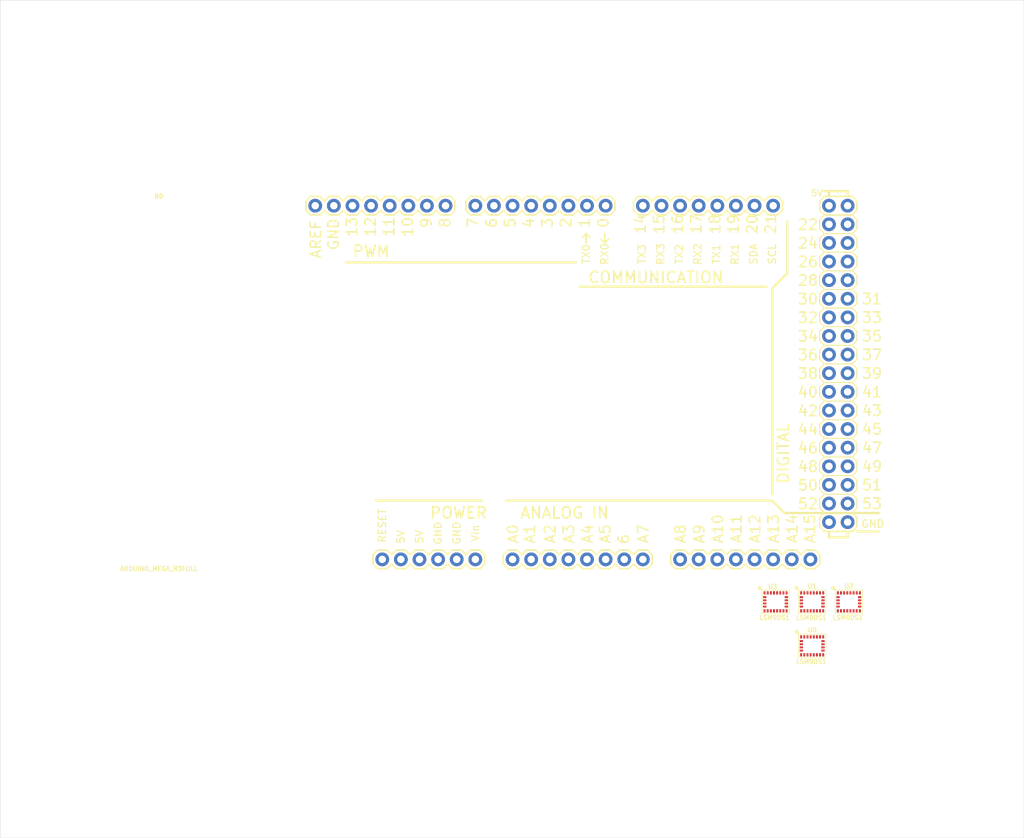
<source format=kicad_pcb>
(kicad_pcb (version 20210228) (generator pcbnew)
  (layers (0 "F.Cu" signal) (31 "B.Cu" signal) (34 "B.Paste" user) (35 "F.Paste" user) (36 "B.SilkS" user "B.Silkscreen") (37 "F.SilkS" user "F.Silkscreen") (38 "B.Mask" user) (39 "F.Mask" user) (44 "Edge.Cuts" user))
  (net 0 "")
  (net 1 "+5V")
  (net 2 "GND")
  (net 3 "/SPI_SCK")
  (net 4 "/SPI_MOSI")
  (net 5 "/CS_M_0")
  (net 6 "Net-(U0-Pad14)")
  (net 7 "Net-(U0-Pad1)")
  (net 8 "Net-(U1-Pad14)")
  (net 9 "Net-(U1-Pad1)")
  (net 10 "Net-(U2-Pad14)")
  (net 11 "Net-(U2-Pad1)")
  (net 12 "Net-(U3-Pad14)")
  (net 13 "Net-(U3-Pad1)")
  (net 14 "/CS_M_1")
  (net 15 "/CS_M_2")
  (net 16 "/CS_M_3")
  (footprint "SparkFun-Silicon-Custom:LGA-24-3.5X3" (layer "F.Cu") (at 700 -337)
    (fp_text reference "U2" (at 0 -2.159) (layer "F.SilkS") (effects (font (size 0.6096 0.6096) (thickness 0.127))))
    (fp_text value "LSM9DS1" (at -0.127 2.159) (layer "F.SilkS") (effects (font (size 0.6096 0.6096) (thickness 0.127))))
    (pad "1" smd rect (at -1.50368 -1.22428 90) (size 0.44958 0.26924) (layers "F.Cu" "F.Paste" "F.Mask") (net 11 "Net-(U2-Pad1)"))
    (pad "2" smd rect (at -1.4732 -0.64262 180) (size 0.44958 0.26924) (layers "F.Cu" "F.Paste" "F.Mask") (net 3 "/SPI_SCK"))
    (pad "3" smd rect (at -1.4732 -0.21336 180) (size 0.44958 0.26924) (layers "F.Cu" "F.Paste" "F.Mask") (net 11 "Net-(U2-Pad1)"))
    (pad "4" smd rect (at -1.4732 0.21336 180) (size 0.44958 0.26924) (layers "F.Cu" "F.Paste" "F.Mask") (net 4 "/SPI_MOSI"))
    (pad "5" smd rect (at -1.4732 0.64262 180) (size 0.44958 0.26924) (layers "F.Cu" "F.Paste" "F.Mask"))
    (pad "6" smd rect (at -1.50368 1.22428 270) (size 0.44958 0.26924) (layers "F.Cu" "F.Paste" "F.Mask"))
    (pad "7" smd rect (at -1.07442 1.22428 270) (size 0.44958 0.26924) (layers "F.Cu" "F.Paste" "F.Mask"))
    (pad "8" smd rect (at -0.64262 1.22428 270) (size 0.44958 0.26924) (layers "F.Cu" "F.Paste" "F.Mask") (net 15 "/CS_M_2"))
    (pad "9" smd rect (at -0.21336 1.22428 270) (size 0.44958 0.26924) (layers "F.Cu" "F.Paste" "F.Mask"))
    (pad "10" smd rect (at 0.21336 1.22428 270) (size 0.44958 0.26924) (layers "F.Cu" "F.Paste" "F.Mask"))
    (pad "11" smd rect (at 0.64262 1.22428 270) (size 0.44958 0.26924) (layers "F.Cu" "F.Paste" "F.Mask"))
    (pad "12" smd rect (at 1.07442 1.22428 270) (size 0.44958 0.26924) (layers "F.Cu" "F.Paste" "F.Mask"))
    (pad "13" smd rect (at 1.50368 1.22428 270) (size 0.44958 0.26924) (layers "F.Cu" "F.Paste" "F.Mask"))
    (pad "14" smd rect (at 1.4732 0.64262) (size 0.44958 0.26924) (layers "F.Cu" "F.Paste" "F.Mask") (net 10 "Net-(U2-Pad14)"))
    (pad "15" smd rect (at 1.4732 0.21336) (size 0.44958 0.26924) (layers "F.Cu" "F.Paste" "F.Mask") (net 10 "Net-(U2-Pad14)"))
    (pad "16" smd rect (at 1.4732 -0.21336) (size 0.44958 0.26924) (layers "F.Cu" "F.Paste" "F.Mask") (net 10 "Net-(U2-Pad14)"))
    (pad "17" smd rect (at 1.4732 -0.64262) (size 0.44958 0.26924) (layers "F.Cu" "F.Paste" "F.Mask") (net 10 "Net-(U2-Pad14)"))
    (pad "18" smd rect (at 1.50368 -1.22428 90) (size 0.44958 0.26924) (layers "F.Cu" "F.Paste" "F.Mask") (net 10 "Net-(U2-Pad14)"))
    (pad "19" smd rect (at 1.07442 -1.22428 90) (size 0.44958 0.26924) (layers "F.Cu" "F.Paste" "F.Mask") (net 2 "GND"))
    (pad "20" smd rect (at 0.64262 -1.22428 90) (size 0.44958 0.26924) (layers "F.Cu" "F.Paste" "F.Mask") (net 2 "GND"))
    (pad "21" smd rect (at 0.21336 -1.22428 90) (size 0.44958 0.26924) (layers "F.Cu" "F.Paste" "F.Mask"))
    (pad "22" smd rect (at -0.21336 -1.22428 90) (size 0.44958 0.26924) (layers "F.Cu" "F.Paste" "F.Mask") (net 1 "+5V"))
    (pad "23" smd rect (at -0.64262 -1.22428 90) (size 0.44958 0.26924) (layers "F.Cu" "F.Paste" "F.Mask") (net 1 "+5V"))
    (pad "24" smd rect (at -1.07442 -1.22428 90) (size 0.44958 0.26924) (layers "F.Cu" "F.Paste" "F.Mask"))
  )
  (footprint "SparkFun-Boards:ARDUINO_MEGA" (layer "F.Cu") (at 652.8435 -366.9284)
    (fp_text reference "B0" (at -46.99 -25.4) (layer "F.SilkS") (effects (font (size 0.6096 0.6096) (thickness 0.127))))
    (fp_text value "ARDUINO_MEGA_R3FULL" (at -46.99 25.4) (layer "F.SilkS") (effects (font (size 0.6096 0.6096) (thickness 0.127))))
    (fp_text user "34" (at 41.5798 -6.2992) (layer "F.SilkS") (effects (font (size 1.4224 1.4224) (thickness 0.2032))))
    (fp_text user "A13" (at 36.8808 19.939 90) (layer "F.SilkS") (effects (font (size 1.4224 1.4224) (thickness 0.2032))))
    (fp_text user "37" (at 50.3174 -3.7846) (layer "F.SilkS") (effects (font (size 1.4224 1.4224) (thickness 0.2032))))
    (fp_text user "31" (at 50.3174 -11.4046) (layer "F.SilkS") (effects (font (size 1.4224 1.4224) (thickness 0.2032))))
    (fp_text user "GND" (at 50.419 19.2786) (layer "F.SilkS") (effects (font (size 1.016 1.016) (thickness 0.1524))))
    (fp_text user "45" (at 50.3174 6.3754) (layer "F.SilkS") (effects (font (size 1.4224 1.4224) (thickness 0.2032))))
    (fp_text user "42" (at 41.5798 3.8608) (layer "F.SilkS") (effects (font (size 1.4224 1.4224) (thickness 0.2032))))
    (fp_text user "28" (at 41.5798 -13.9192) (layer "F.SilkS") (effects (font (size 1.4224 1.4224) (thickness 0.2032))))
    (fp_text user "COMMUNICATION" (at 20.828 -14.34846) (layer "F.SilkS") (effects (font (size 1.524 1.524) (thickness 0.2286))))
    (fp_text user "22" (at 41.5798 -21.5392) (layer "F.SilkS") (effects (font (size 1.4224 1.4224) (thickness 0.2032))))
    (fp_text user "24" (at 41.5798 -18.9992) (layer "F.SilkS") (effects (font (size 1.4224 1.4224) (thickness 0.2032))))
    (fp_text user "DIGITAL" (at 38.22446 9.652 90) (layer "F.SilkS") (effects (font (size 1.524 1.524) (thickness 0.2286))))
    (fp_text user "SCL" (at 36.703 -17.52346 90) (layer "F.SilkS") (effects (font (size 1.016 1.016) (thickness 0.1524))))
    (fp_text user "RESET" (at -16.51 19.5326 90) (layer "F.SilkS") (effects (font (size 1.016 1.016) (thickness 0.1524))))
    (fp_text user "30" (at 41.5798 -11.3792) (layer "F.SilkS") (effects (font (size 1.4224 1.4224) (thickness 0.2032))))
    (fp_text user "52" (at 41.5798 16.5608) (layer "F.SilkS") (effects (font (size 1.4224 1.4224) (thickness 0.2032))))
    (fp_text user "51" (at 50.3174 13.9954) (layer "F.SilkS") (effects (font (size 1.4224 1.4224) (thickness 0.2032))))
    (fp_text user "49" (at 50.3174 11.4554) (layer "F.SilkS") (effects (font (size 1.4224 1.4224) (thickness 0.2032))))
    (fp_text user "17" (at 26.3398 -21.6154 90) (layer "F.SilkS") (effects (font (size 1.4224 1.4224) (thickness 0.2032))))
    (fp_text user "9" (at -10.4902 -21.7932 90) (layer "F.SilkS") (effects (font (size 1.4224 1.4224) (thickness 0.2032))))
    (fp_text user "8" (at -7.9502 -21.7932 90) (layer "F.SilkS") (effects (font (size 1.4224 1.4224) (thickness 0.2032))))
    (fp_text user "TX3" (at 18.923 -17.52346 90) (layer "F.SilkS") (effects (font (size 1.016 1.016) (thickness 0.1524))))
    (fp_text user "15" (at 21.2598 -21.6154 90) (layer "F.SilkS") (effects (font (size 1.4224 1.4224) (thickness 0.2032))))
    (fp_text user "GND" (at -23.1648 -20.2184 270) (layer "F.SilkS") (effects (font (size 1.4224 1.4224) (thickness 0.2032))))
    (fp_text user "41" (at 50.3174 1.29286) (layer "F.SilkS") (effects (font (size 1.4224 1.4224) (thickness 0.2032))))
    (fp_text user "A3" (at 8.9408 20.64766 90) (layer "F.SilkS") (effects (font (size 1.4224 1.4224) (thickness 0.2032))))
    (fp_text user "21" (at 36.4998 -21.6154 90) (layer "F.SilkS") (effects (font (size 1.4224 1.4224) (thickness 0.2032))))
    (fp_text user "RX1" (at 31.623 -17.52346 90) (layer "F.SilkS") (effects (font (size 1.016 1.016) (thickness 0.1524))))
    (fp_text user "38" (at 41.5798 -1.2192) (layer "F.SilkS") (effects (font (size 1.4224 1.4224) (thickness 0.2032))))
    (fp_text user "39" (at 50.3174 -1.2446) (layer "F.SilkS") (effects (font (size 1.4224 1.4224) (thickness 0.2032))))
    (fp_text user "53" (at 50.3174 16.5354) (layer "F.SilkS") (effects (font (size 1.4224 1.4224) (thickness 0.2032))))
    (fp_text user "A12" (at 34.3408 19.939 90) (layer "F.SilkS") (effects (font (size 1.4224 1.4224) (thickness 0.2032))))
    (fp_text user "26" (at 41.5798 -16.4592) (layer "F.SilkS") (effects (font (size 1.4224 1.4224) (thickness 0.2032))))
    (fp_text user "SDA" (at 34.163 -17.52346 90) (layer "F.SilkS") (effects (font (size 1.016 1.016) (thickness 0.1524))))
    (fp_text user "11" (at -15.5702 -21.2344 90) (layer "F.SilkS") (effects (font (size 1.4224 1.4224) (thickness 0.2032))))
    (fp_text user "1" (at 11.0998 -21.7932 90) (layer "F.SilkS") (effects (font (size 1.4224 1.4224) (thickness 0.2032))))
    (fp_text user "16" (at 23.7998 -21.6154 90) (layer "F.SilkS") (effects (font (size 1.4224 1.4224) (thickness 0.2032))))
    (fp_text user "A0" (at 1.3208 20.64766 90) (layer "F.SilkS") (effects (font (size 1.4224 1.4224) (thickness 0.2032))))
    (fp_text user "PWM" (at -18.034 -17.907) (layer "F.SilkS") (effects (font (size 1.524 1.524) (thickness 0.2286))))
    (fp_text user "12" (at -18.1102 -21.2344 90) (layer "F.SilkS") (effects (font (size 1.4224 1.4224) (thickness 0.2032))))
    (fp_text user "3" (at 6.0198 -21.7932 90) (layer "F.SilkS") (effects (font (size 1.4224 1.4224) (thickness 0.2032))))
    (fp_text user "47" (at 50.3174 8.9154) (layer "F.SilkS") (effects (font (size 1.4224 1.4224) (thickness 0.2032))))
    (fp_text user "2" (at 8.5598 -21.7932 90) (layer "F.SilkS") (effects (font (size 1.4224 1.4224) (thickness 0.2032))))
    (fp_text user "6" (at -1.6002 -21.7932 90) (layer "F.SilkS") (effects (font (size 1.4224 1.4224) (thickness 0.2032))))
    (fp_text user "10" (at -13.0302 -21.2344 90) (layer "F.SilkS") (effects (font (size 1.4224 1.4224) (thickness 0.2032))))
    (fp_text user "A15" (at 41.8338 19.939 90) (layer "F.SilkS") (effects (font (size 1.4224 1.4224) (thickness 0.2032))))
    (fp_text user "33" (at 50.3174 -8.86206) (layer "F.SilkS") (effects (font (size 1.4224 1.4224) (thickness 0.2032))))
    (fp_text user "48" (at 41.5798 11.4808) (layer "F.SilkS") (effects (font (size 1.4224 1.4224) (thickness 0.2032))))
    (fp_text user "Vin" (at -3.81 20.5486 90) (layer "F.SilkS") (effects (font (size 1.016 1.016) (thickness 0.1524))))
    (fp_text user "43" (at 50.3174 3.8354) (layer "F.SilkS") (effects (font (size 1.4224 1.4224) (thickness 0.2032))))
    (fp_text user "A1" (at 3.60426 20.64766 90) (layer "F.SilkS") (effects (font (size 1.4224 1.4224) (thickness 0.2032))))
    (fp_text user "GND" (at -8.89 20.5486 90) (layer "F.SilkS") (effects (font (size 1.016 1.016) (thickness 0.1524))))
    (fp_text user "35" (at 50.3174 -6.3246) (layer "F.SilkS") (effects (font (size 1.4224 1.4224) (thickness 0.2032))))
    (fp_text user "TX0" (at 11.303 -17.52346 90) (layer "F.SilkS") (effects (font (size 1.016 1.016) (thickness 0.1524))))
    (fp_text user "POWER" (at -6.096 17.78) (layer "F.SilkS") (effects (font (size 1.524 1.524) (thickness 0.2286))))
    (fp_text user "14" (at 18.7198 -21.6154 90) (layer "F.SilkS") (effects (font (size 1.4224 1.4224) (thickness 0.2032))))
    (fp_text user "A7" (at 19.1008 20.64766 90) (layer "F.SilkS") (effects (font (size 1.4224 1.4224) (thickness 0.2032))))
    (fp_text user "TX2" (at 24.003 -17.52346 90) (layer "F.SilkS") (effects (font (size 1.016 1.016) (thickness 0.1524))))
    (fp_text user "ANALOG IN" (at 8.382 17.78) (layer "F.SilkS") (effects (font (size 1.524 1.524) (thickness 0.2286))))
    (fp_text user "32" (at 41.5798 -8.83666) (layer "F.SilkS") (effects (font (size 1.4224 1.4224) (thickness 0.2032))))
    (fp_text user "44" (at 41.5798 6.4008) (layer "F.SilkS") (effects (font (size 1.4224 1.4224) (thickness 0.2032))))
    (fp_text user "A14" (at 39.4208 19.939 90) (layer "F.SilkS") (effects (font (size 1.4224 1.4224) (thickness 0.2032))))
    (fp_text user "AREF" (at -25.57526 -19.5072 270) (layer "F.SilkS") (effects (font (size 1.4224 1.4224) (thickness 0.2032))))
    (fp_text user "5V" (at -11.43 21.0566 90) (layer "F.SilkS") (effects (font (size 1.016 1.016) (thickness 0.1524))))
    (fp_text user "19" (at 31.4198 -21.6154 90) (layer "F.SilkS") (effects (font (size 1.4224 1.4224) (thickness 0.2032))))
    (fp_text user "46" (at 41.5798 8.9408) (layer "F.SilkS") (effects (font (size 1.4224 1.4224) (thickness 0.2032))))
    (fp_text user "5" (at 0.9398 -21.7932 90) (layer "F.SilkS") (effects (font (size 1.4224 1.4224) (thickness 0.2032))))
    (fp_text user "50" (at 41.5798 14.0208) (layer "F.SilkS") (effects (font (size 1.4224 1.4224) (thickness 0.2032))))
    (fp_text user "A2" (at 6.4008 20.64766 90) (layer "F.SilkS") (effects (font (size 1.4224 1.4224) (thickness 0.2032))))
    (fp_text user "RX0" (at 13.843 -17.52346 90) (layer "F.SilkS") (effects (font (size 1.016 1.016) (thickness 0.1524))))
    (fp_text user "A11" (at 31.8008 19.939 90) (layer "F.SilkS") (effects (font (size 1.4224 1.4224) (thickness 0.2032))))
    (fp_text user "TX1" (at 29.083 -17.52346 90) (layer "F.SilkS") (effects (font (size 1.016 1.016) (thickness 0.1524))))
    (fp_text user "GND" (at -6.35 20.5486 90) (layer "F.SilkS") (effects (font (size 1.016 1.016) (thickness 0.1524))))
    (fp_text user "18" (at 28.8798 -21.6154 90) (layer "F.SilkS") (effects (font (size 1.4224 1.4224) (thickness 0.2032))))
    (fp_text user "A4" (at 11.4808 20.64766 90) (layer "F.SilkS") (effects (font (size 1.4224 1.4224) (thickness 0.2032))))
    (fp_text user "36" (at 41.5798 -3.7592) (layer "F.SilkS") (effects (font (size 1.4224 1.4224) (thickness 0.2032))))
    (fp_text user "0" (at 13.6398 -21.7932 90) (layer "F.SilkS") (effects (font (size 1.4224 1.4224) (thickness 0.2032))))
    (fp_text user "5V" (at 42.799 -25.8445) (layer "F.SilkS") (effects (font (size 0.889 0.889) (thickness 0.127))))
    (fp_text user "RX2" (at 26.543 -17.52346 90) (layer "F.SilkS") (effects (font (size 1.016 1.016) (thickness 0.1524))))
    (fp_text user "A5" (at 13.8938 20.64766 90) (layer "F.SilkS") (effects (font (size 1.4224 1.4224) (thickness 0.2032))))
    (fp_text user "40" (at 41.5798 1.3208) (layer "F.SilkS") (effects (font (size 1.4224 1.4224) (thickness 0.2032))))
    (fp_text user "13" (at -20.64766 -21.2344 90) (layer "F.SilkS") (effects (font (size 1.4224 1.4224) (thickness 0.2032))))
    (fp_text user "5V" (at -13.97 21.0566 90) (layer "F.SilkS") (effects (font (size 1.016 1.016) (thickness 0.1524))))
    (fp_text user "A10" (at 29.2608 19.939 90) (layer "F.SilkS") (effects (font (size 1.4224 1.4224) (thickness 0.2032))))
    (fp_text user "A9" (at 26.7208 20.64766 90) (layer "F.SilkS") (effects (font (size 1.4224 1.4224) (thickness 0.2032))))
    (fp_text user "7" (at -4.1402 -21.7932 90) (layer "F.SilkS") (effects (font (size 1.4224 1.4224) (thickness 0.2032))))
    (fp_text user "20" (at 33.9598 -21.6154 90) (layer "F.SilkS") (effects (font (size 1.4224 1.4224) (thickness 0.2032))))
    (fp_text user "6" (at 16.4338 21.3614 90) (layer "F.SilkS") (effects (font (size 1.4224 1.4224) (thickness 0.2032))))
    (fp_text user "RX3" (at 21.463 -17.52346 90) (layer "F.SilkS") (effects (font (size 1.016 1.016) (thickness 0.1524))))
    (fp_text user "A8" (at 24.1808 20.64766 90) (layer "F.SilkS") (effects (font (size 1.4224 1.4224) (thickness 0.2032))))
    (fp_text user "4" (at 3.4798 -21.7932 90) (layer "F.SilkS") (effects (font (size 1.4224 1.4224) (thickness 0.2032))))
    (pad "" np_thru_hole circle (at 40.64 -24.13) (size 3.19786 3.19786) (drill 3.19786) (layers *.Cu *.Mask))
    (pad "" np_thru_hole circle (at -34.29 -24.13) (size 3.19786 3.19786) (drill 3.19786) (layers *.Cu *.Mask))
    (pad "" np_thru_hole circle (at -35.56 24.13) (size 3.19786 3.19786) (drill 3.19786) (layers *.Cu *.Mask))
    (pad "" np_thru_hole circle (at 46.99 24.13) (size 3.19786 3.19786) (drill 3.19786) (layers *.Cu *.Mask))
    (pad "" np_thru_hole circle (at 16.51 19.05) (size 3.19786 3.19786) (drill 3.19786) (layers *.Cu *.Mask))
    (pad "" np_thru_hole circle (at 16.51 -8.89) (size 3.19786 3.19786) (drill 3.19786) (layers *.Cu *.Mask))
    (pad "0" thru_hole circle (at 13.97 -24.13) (size 1.8796 1.8796) (drill 1.016) (layers *.Cu *.Mask))
    (pad "1" thru_hole circle (at 11.43 -24.13) (size 1.8796 1.8796) (drill 1.016) (layers *.Cu *.Mask))
    (pad "2" thru_hole circle (at 8.89 -24.13) (size 1.8796 1.8796) (drill 1.016) (layers *.Cu *.Mask))
    (pad "3" thru_hole circle (at 6.35 -24.13) (size 1.8796 1.8796) (drill 1.016) (layers *.Cu *.Mask))
    (pad "3.3V" thru_hole circle (at -13.97 24.13) (size 1.8796 1.8796) (drill 1.016) (layers *.Cu *.Mask))
    (pad "4" thru_hole circle (at 3.81 -24.13) (size 1.8796 1.8796) (drill 1.016) (layers *.Cu *.Mask))
    (pad "5" thru_hole circle (at 1.27 -24.13) (size 1.8796 1.8796) (drill 1.016) (layers *.Cu *.Mask))
    (pad "5V@0" thru_hole circle (at -11.43 24.13) (size 1.8796 1.8796) (drill 1.016) (layers *.Cu *.Mask))
    (pad "5V@1" thru_hole circle (at 44.45 -24.13) (size 1.8796 1.8796) (drill 1.016) (layers *.Cu *.Mask))
    (pad "5V@2" thru_hole circle (at 46.99 -24.13) (size 1.8796 1.8796) (drill 1.016) (layers *.Cu *.Mask))
    (pad "6" thru_hole circle (at -1.27 -24.13) (size 1.8796 1.8796) (drill 1.016) (layers *.Cu *.Mask))
    (pad "7" thru_hole circle (at -3.81 -24.13) (size 1.8796 1.8796) (drill 1.016) (layers *.Cu *.Mask))
    (pad "8" thru_hole circle (at -7.874 -24.13) (size 1.8796 1.8796) (drill 1.016) (layers *.Cu *.Mask))
    (pad "9" thru_hole circle (at -10.414 -24.13) (size 1.8796 1.8796) (drill 1.016) (layers *.Cu *.Mask))
    (pad "10" thru_hole circle (at -12.954 -24.13) (size 1.8796 1.8796) (drill 1.016) (layers *.Cu *.Mask))
    (pad "11" thru_hole circle (at -15.494 -24.13) (size 1.8796 1.8796) (drill 1.016) (layers *.Cu *.Mask))
    (pad "12" thru_hole circle (at -18.034 -24.13) (size 1.8796 1.8796) (drill 1.016) (layers *.Cu *.Mask))
    (pad "13" thru_hole circle (at -20.574 -24.13) (size 1.8796 1.8796) (drill 1.016) (layers *.Cu *.Mask))
    (pad "14" thru_hole circle (at 19.05 -24.13) (size 1.8796 1.8796) (drill 1.016) (layers *.Cu *.Mask))
    (pad "15" thru_hole circle (at 21.59 -24.13) (size 1.8796 1.8796) (drill 1.016) (layers *.Cu *.Mask))
    (pad "16" thru_hole circle (at 24.13 -24.13) (size 1.8796 1.8796) (drill 1.016) (layers *.Cu *.Mask))
    (pad "17" thru_hole circle (at 26.67 -24.13) (size 1.8796 1.8796) (drill 1.016) (layers *.Cu *.Mask))
    (pad "18" thru_hole circle (at 29.21 -24.13) (size 1.8796 1.8796) (drill 1.016) (layers *.Cu *.Mask))
    (pad "19" thru_hole circle (at 31.75 -24.13) (size 1.8796 1.8796) (drill 1.016) (layers *.Cu *.Mask))
    (pad "20" thru_hole circle (at 34.29 -24.13) (size 1.8796 1.8796) (drill 1.016) (layers *.Cu *.Mask) (net 5 "/CS_M_0"))
    (pad "21" thru_hole circle (at 36.83 -24.13) (size 1.8796 1.8796) (drill 1.016) (layers *.Cu *.Mask) (net 14 "/CS_M_1"))
    (pad "22" thru_hole circle (at 44.45 -21.59) (size 1.8796 1.8796) (drill 1.016) (layers *.Cu *.Mask) (net 15 "/CS_M_2"))
    (pad "23" thru_hole circle (at 46.99 -21.59) (size 1.8796 1.8796) (drill 1.016) (layers *.Cu *.Mask) (net 16 "/CS_M_3"))
    (pad "24" thru_hole circle (at 44.45 -19.05) (size 1.8796 1.8796) (drill 1.016) (layers *.Cu *.Mask))
    (pad "25" thru_hole circle (at 46.99 -19.05) (size 1.8796 1.8796) (drill 1.016) (layers *.Cu *.Mask))
    (pad "26" thru_hole circle (at 44.45 -16.51) (size 1.8796 1.8796) (drill 1.016) (layers *.Cu *.Mask))
    (pad "27" thru_hole circle (at 46.99 -16.51) (size 1.8796 1.8796) (drill 1.016) (layers *.Cu *.Mask))
    (pad "28" thru_hole circle (at 44.45 -13.97) (size 1.8796 1.8796) (drill 1.016) (layers *.Cu *.Mask))
    (pad "29" thru_hole circle (at 46.99 -13.97) (size 1.8796 1.8796) (drill 1.016) (layers *.Cu *.Mask))
    (pad "30" thru_hole circle (at 44.45 -11.43) (size 1.8796 1.8796) (drill 1.016) (layers *.Cu *.Mask))
    (pad "31" thru_hole circle (at 46.99 -11.43) (size 1.8796 1.8796) (drill 1.016) (layers *.Cu *.Mask))
    (pad "32" thru_hole circle (at 44.45 -8.89) (size 1.8796 1.8796) (drill 1.016) (layers *.Cu *.Mask))
    (pad "33" thru_hole circle (at 46.99 -8.89) (size 1.8796 1.8796) (drill 1.016) (layers *.Cu *.Mask))
    (pad "34" thru_hole circle (at 44.45 -6.35) (size 1.8796 1.8796) (drill 1.016) (layers *.Cu *.Mask))
    (pad "35" thru_hole circle (at 46.99 -6.35) (size 1.8796 1.8796) (drill 1.016) (layers *.Cu *.Mask))
    (pad "36" thru_hole circle (at 44.45 -3.81) (size 1.8796 1.8796) (drill 1.016) (layers *.Cu *.Mask))
    (pad "37" thru_hole circle (at 46.99 -3.81) (size 1.8796 1.8796) (drill 1.016) (layers *.Cu *.Mask))
    (pad "38" thru_hole circle (at 44.45 -1.27) (size 1.8796 1.8796) (drill 1.016) (layers *.Cu *.Mask))
    (pad "39" thru_hole circle (at 46.99 -1.27) (size 1.8796 1.8796) (drill 1.016) (layers *.Cu *.Mask))
    (pad "40" thru_hole circle (at 44.45 1.27) (size 1.8796 1.8796) (drill 1.016) (layers *.Cu *.Mask))
    (pad "41" thru_hole circle (at 46.99 1.27) (size 1.8796 1.8796) (drill 1.016) (layers *.Cu *.Mask))
    (pad "42" thru_hole circle (at 44.45 3.81) (size 1.8796 1.8796) (drill 1.016) (layers *.Cu *.Mask))
    (pad "43" thru_hole circle (at 46.99 3.81) (size 1.8796 1.8796) (drill 1.016) (layers *.Cu *.Mask))
    (pad "44" thru_hole circle (at 44.45 6.35) (size 1.8796 1.8796) (drill 1.016) (layers *.Cu *.Mask))
    (pad "45" thru_hole circle (at 46.99 6.35) (size 1.8796 1.8796) (drill 1.016) (layers *.Cu *.Mask))
    (pad "46" thru_hole circle (at 44.45 8.89) (size 1.8796 1.8796) (drill 1.016) (layers *.Cu *.Mask))
    (pad "47" thru_hole circle (at 46.99 8.89) (size 1.8796 1.8796) (drill 1.016) (layers *.Cu *.Mask))
    (pad "48" thru_hole circle (at 44.45 11.43) (size 1.8796 1.8796) (drill 1.016) (layers *.Cu *.Mask))
    (pad "49" thru_hole circle (at 46.99 11.43) (size 1.8796 1.8796) (drill 1.016) (layers *.Cu *.Mask))
    (pad "50" thru_hole circle (at 44.45 13.97) (size 1.8796 1.8796) (drill 1.016) (layers *.Cu *.Mask))
    (pad "51" thru_hole circle (at 46.99 13.97) (size 1.8796 1.8796) (drill 1.016) (layers *.Cu *.Mask) (net 4 "/SPI_MOSI"))
    (pad "52" thru_hole circle (at 44.45 16.51) (size 1.8796 1.8796) (drill 1.016) (layers *.Cu *.Mask) (net 3 "/SPI_SCK"))
    (pad "53" thru_hole circle (at 46.99 16.51) (size 1.8796 1.8796) (drill 1.016) (layers *.Cu *.Mask))
    (pad "A0" thru_hole circle (at 1.27 24.13) (size 1.8796 1.8796) (drill 1.016) (layers *.Cu *.Mask))
    (pad "A1" thru_hole circle (at 3.81 24.13) (size 1.8796 1.8796) (drill 1.016) (layers *.Cu *.Mask))
    (pad "A2" thru_hole circle (at 6.35 24.13) (size 1.8796 1.8796) (drill 1.016) (layers *.Cu *.Mask))
    (pad "A3" thru_hole circle (at 8.89 24.13) (size 1.8796 1.8796) (drill 1.016) (layers *.Cu *.Mask))
    (pad "A4" thru_hole circle (at 11.43 24.13) (size 1.8796 1.8796) (drill 1.016) (layers *.Cu *.Mask))
    (pad "A5" thru_hole circle (at 13.97 24.13) (size 1.8796 1.8796) (drill 1.016) (layers *.Cu *.Mask))
    (pad "A6" thru_hole circle (at 16.51 24.13) (size 1.8796 1.8796) (drill 1.016) (layers *.Cu *.Mask))
    (pad "A7" thru_hole circle (at 19.05 24.13) (size 1.8796 1.8796) (drill 1.016) (layers *.Cu *.Mask))
    (pad "A8" thru_hole circle (at 24.13 24.13) (size 1.8796 1.8796) (drill 1.016) (layers *.Cu *.Mask))
    (pad "A9" thru_hole circle (at 26.67 24.13) (size 1.8796 1.8796) (drill 1.016) (layers *.Cu *.Mask))
    (pad "A10" thru_hole circle (at 29.21 24.13) (size 1.8796 1.8796) (drill 1.016) (layers *.Cu *.Mask))
    (pad "A11" thru_hole circle (at 31.75 24.13) (size 1.8796 1.8796) (drill 1.016) (layers *.Cu *.Mask))
    (pad "A12" thru_hole circle (at 34.29 24.13) (size 1.8796 1.8796) (drill 1.016) (layers *.Cu *.Mask))
    (pad "A13" thru_hole circle (at 36.83 24.13) (size 1.8796 1.8796) (drill 1.016) (layers *.Cu *.Mask))
    (pad "A14" thru_hole circle (at 39.37 24.13) (size 1.8796 1.8796) (drill 1.016) (layers *.Cu *.Mask))
    (pad "A15" thru_hole circle (at 41.91 24.13) (size 1.8796 1.8796) (drill 1.016) (layers *.Cu *.Mask))
    (pad "AREF" thru_hole circle (at -25.654 -24.13) (size 1.8796 1.8796) (drill 1.016) (layers *.Cu *.Mask))
    (pad "GND@" thru_hole circle (at -23.114 -24.13) (size 1.8796 1.8796) (drill 1.016) (layers *.Cu *.Mask) (net 2 "GND"))
    (pad "GND@" thru_hole circle (at -6.35 24.13) (size 1.8796 1.8796) (drill 1.016) (layers *.Cu *.Mask) (net 2 "GND"))
    (pad "GND@" thru_hole circle (at 46.99 19.05) (size 1.8796 1.8796) (drill 1.016) (layers *.Cu *.Mask) (net 2 "GND"))
    (pad "GND@" thru_hole circle (at 44.45 19.05) (size 1.8796 1.8796) (drill 1.016) (layers *.Cu *.Mask) (net 2 "GND"))
    (pad "GND@" thru_hole circle (at -8.89 24.13) (size 1.8796 1.8796) (drill 1.016) (layers *.Cu *.Mask) (net 2 "GND"))
    (pad "RESE" thru_hole circle (at -16.51 24.13) (size 1.8796 1.8796) (drill 1.016) (layers *.Cu *.Mask))
    (pad "VIN" thru_hole circle (at -3.81 24.13) (size 1.8796 1.8796) (drill 1.016) (layers *.Cu *.Mask) (net 1 "+5V"))
  )
  (footprint "SparkFun-Silicon-Custom:LGA-24-3.5X3" (layer "F.Cu") (at 695 -337)
    (fp_text reference "U1" (at 0 -2.159) (layer "F.SilkS") (effects (font (size 0.6096 0.6096) (thickness 0.127))))
    (fp_text value "LSM9DS1" (at -0.127 2.159) (layer "F.SilkS") (effects (font (size 0.6096 0.6096) (thickness 0.127))))
    (pad "1" smd rect (at -1.50368 -1.22428 90) (size 0.44958 0.26924) (layers "F.Cu" "F.Paste" "F.Mask") (net 9 "Net-(U1-Pad1)"))
    (pad "2" smd rect (at -1.4732 -0.64262 180) (size 0.44958 0.26924) (layers "F.Cu" "F.Paste" "F.Mask") (net 3 "/SPI_SCK"))
    (pad "3" smd rect (at -1.4732 -0.21336 180) (size 0.44958 0.26924) (layers "F.Cu" "F.Paste" "F.Mask") (net 9 "Net-(U1-Pad1)"))
    (pad "4" smd rect (at -1.4732 0.21336 180) (size 0.44958 0.26924) (layers "F.Cu" "F.Paste" "F.Mask") (net 4 "/SPI_MOSI"))
    (pad "5" smd rect (at -1.4732 0.64262 180) (size 0.44958 0.26924) (layers "F.Cu" "F.Paste" "F.Mask"))
    (pad "6" smd rect (at -1.50368 1.22428 270) (size 0.44958 0.26924) (layers "F.Cu" "F.Paste" "F.Mask"))
    (pad "7" smd rect (at -1.07442 1.22428 270) (size 0.44958 0.26924) (layers "F.Cu" "F.Paste" "F.Mask"))
    (pad "8" smd rect (at -0.64262 1.22428 270) (size 0.44958 0.26924) (layers "F.Cu" "F.Paste" "F.Mask") (net 14 "/CS_M_1"))
    (pad "9" smd rect (at -0.21336 1.22428 270) (size 0.44958 0.26924) (layers "F.Cu" "F.Paste" "F.Mask"))
    (pad "10" smd rect (at 0.21336 1.22428 270) (size 0.44958 0.26924) (layers "F.Cu" "F.Paste" "F.Mask"))
    (pad "11" smd rect (at 0.64262 1.22428 270) (size 0.44958 0.26924) (layers "F.Cu" "F.Paste" "F.Mask"))
    (pad "12" smd rect (at 1.07442 1.22428 270) (size 0.44958 0.26924) (layers "F.Cu" "F.Paste" "F.Mask"))
    (pad "13" smd rect (at 1.50368 1.22428 270) (size 0.44958 0.26924) (layers "F.Cu" "F.Paste" "F.Mask"))
    (pad "14" smd rect (at 1.4732 0.64262) (size 0.44958 0.26924) (layers "F.Cu" "F.Paste" "F.Mask") (net 8 "Net-(U1-Pad14)"))
    (pad "15" smd rect (at 1.4732 0.21336) (size 0.44958 0.26924) (layers "F.Cu" "F.Paste" "F.Mask") (net 8 "Net-(U1-Pad14)"))
    (pad "16" smd rect (at 1.4732 -0.21336) (size 0.44958 0.26924) (layers "F.Cu" "F.Paste" "F.Mask") (net 8 "Net-(U1-Pad14)"))
    (pad "17" smd rect (at 1.4732 -0.64262) (size 0.44958 0.26924) (layers "F.Cu" "F.Paste" "F.Mask") (net 8 "Net-(U1-Pad14)"))
    (pad "18" smd rect (at 1.50368 -1.22428 90) (size 0.44958 0.26924) (layers "F.Cu" "F.Paste" "F.Mask") (net 8 "Net-(U1-Pad14)"))
    (pad "19" smd rect (at 1.07442 -1.22428 90) (size 0.44958 0.26924) (layers "F.Cu" "F.Paste" "F.Mask") (net 2 "GND"))
    (pad "20" smd rect (at 0.64262 -1.22428 90) (size 0.44958 0.26924) (layers "F.Cu" "F.Paste" "F.Mask") (net 2 "GND"))
    (pad "21" smd rect (at 0.21336 -1.22428 90) (size 0.44958 0.26924) (layers "F.Cu" "F.Paste" "F.Mask"))
    (pad "22" smd rect (at -0.21336 -1.22428 90) (size 0.44958 0.26924) (layers "F.Cu" "F.Paste" "F.Mask") (net 1 "+5V"))
    (pad "23" smd rect (at -0.64262 -1.22428 90) (size 0.44958 0.26924) (layers "F.Cu" "F.Paste" "F.Mask") (net 1 "+5V"))
    (pad "24" smd rect (at -1.07442 -1.22428 90) (size 0.44958 0.26924) (layers "F.Cu" "F.Paste" "F.Mask"))
  )
  (footprint "SparkFun-Silicon-Custom:LGA-24-3.5X3" (layer "F.Cu") (at 690 -337)
    (fp_text reference "U3" (at -0.40259 -2.08153) (layer "F.SilkS") (effects (font (size 0.6096 0.6096) (thickness 0.127))))
    (fp_text value "LSM9DS1" (at -0.127 2.159) (layer "F.SilkS") (effects (font (size 0.6096 0.6096) (thickness 0.127))))
    (pad "1" smd rect (at -1.50368 -1.22428 90) (size 0.44958 0.26924) (layers "F.Cu" "F.Paste" "F.Mask") (net 13 "Net-(U3-Pad1)"))
    (pad "2" smd rect (at -1.4732 -0.64262 180) (size 0.44958 0.26924) (layers "F.Cu" "F.Paste" "F.Mask") (net 3 "/SPI_SCK"))
    (pad "3" smd rect (at -1.4732 -0.21336 180) (size 0.44958 0.26924) (layers "F.Cu" "F.Paste" "F.Mask") (net 13 "Net-(U3-Pad1)"))
    (pad "4" smd rect (at -1.4732 0.21336 180) (size 0.44958 0.26924) (layers "F.Cu" "F.Paste" "F.Mask") (net 4 "/SPI_MOSI"))
    (pad "5" smd rect (at -1.4732 0.64262 180) (size 0.44958 0.26924) (layers "F.Cu" "F.Paste" "F.Mask"))
    (pad "6" smd rect (at -1.50368 1.22428 270) (size 0.44958 0.26924) (layers "F.Cu" "F.Paste" "F.Mask"))
    (pad "7" smd rect (at -1.07442 1.22428 270) (size 0.44958 0.26924) (layers "F.Cu" "F.Paste" "F.Mask"))
    (pad "8" smd rect (at -0.64262 1.22428 270) (size 0.44958 0.26924) (layers "F.Cu" "F.Paste" "F.Mask") (net 16 "/CS_M_3"))
    (pad "9" smd rect (at -0.21336 1.22428 270) (size 0.44958 0.26924) (layers "F.Cu" "F.Paste" "F.Mask"))
    (pad "10" smd rect (at 0.21336 1.22428 270) (size 0.44958 0.26924) (layers "F.Cu" "F.Paste" "F.Mask"))
    (pad "11" smd rect (at 0.64262 1.22428 270) (size 0.44958 0.26924) (layers "F.Cu" "F.Paste" "F.Mask"))
    (pad "12" smd rect (at 1.07442 1.22428 270) (size 0.44958 0.26924) (layers "F.Cu" "F.Paste" "F.Mask"))
    (pad "13" smd rect (at 1.50368 1.22428 270) (size 0.44958 0.26924) (layers "F.Cu" "F.Paste" "F.Mask"))
    (pad "14" smd rect (at 1.4732 0.64262) (size 0.44958 0.26924) (layers "F.Cu" "F.Paste" "F.Mask") (net 12 "Net-(U3-Pad14)"))
    (pad "15" smd rect (at 1.4732 0.21336) (size 0.44958 0.26924) (layers "F.Cu" "F.Paste" "F.Mask") (net 12 "Net-(U3-Pad14)"))
    (pad "16" smd rect (at 1.4732 -0.21336) (size 0.44958 0.26924) (layers "F.Cu" "F.Paste" "F.Mask") (net 12 "Net-(U3-Pad14)"))
    (pad "17" smd rect (at 1.4732 -0.64262) (size 0.44958 0.26924) (layers "F.Cu" "F.Paste" "F.Mask") (net 12 "Net-(U3-Pad14)"))
    (pad "18" smd rect (at 1.50368 -1.22428 90) (size 0.44958 0.26924) (layers "F.Cu" "F.Paste" "F.Mask") (net 12 "Net-(U3-Pad14)"))
    (pad "19" smd rect (at 1.07442 -1.22428 90) (size 0.44958 0.26924) (layers "F.Cu" "F.Paste" "F.Mask") (net 2 "GND"))
    (pad "20" smd rect (at 0.64262 -1.22428 90) (size 0.44958 0.26924) (layers "F.Cu" "F.Paste" "F.Mask") (net 2 "GND"))
    (pad "21" smd rect (at 0.21336 -1.22428 90) (size 0.44958 0.26924) (layers "F.Cu" "F.Paste" "F.Mask"))
    (pad "22" smd rect (at -0.21336 -1.22428 90) (size 0.44958 0.26924) (layers "F.Cu" "F.Paste" "F.Mask") (net 1 "+5V"))
    (pad "23" smd rect (at -0.64262 -1.22428 90) (size 0.44958 0.26924) (layers "F.Cu" "F.Paste" "F.Mask") (net 1 "+5V"))
    (pad "24" smd rect (at -1.07442 -1.22428 90) (size 0.44958 0.26924) (layers "F.Cu" "F.Paste" "F.Mask"))
  )
  (footprint "SparkFun-Silicon-Custom:LGA-24-3.5X3" (layer "F.Cu") (at 695 -331)
    (fp_text reference "U0" (at 0 -2.159) (layer "F.SilkS") (effects (font (size 0.6096 0.6096) (thickness 0.127))))
    (fp_text value "LSM9DS1" (at -0.127 2.159) (layer "F.SilkS") (effects (font (size 0.6096 0.6096) (thickness 0.127))))
    (pad "1" smd rect (at -1.50368 -1.22428 90) (size 0.44958 0.26924) (layers "F.Cu" "F.Paste" "F.Mask") (net 7 "Net-(U0-Pad1)"))
    (pad "2" smd rect (at -1.4732 -0.64262 180) (size 0.44958 0.26924) (layers "F.Cu" "F.Paste" "F.Mask") (net 3 "/SPI_SCK"))
    (pad "3" smd rect (at -1.4732 -0.21336 180) (size 0.44958 0.26924) (layers "F.Cu" "F.Paste" "F.Mask") (net 7 "Net-(U0-Pad1)"))
    (pad "4" smd rect (at -1.4732 0.21336 180) (size 0.44958 0.26924) (layers "F.Cu" "F.Paste" "F.Mask") (net 4 "/SPI_MOSI"))
    (pad "5" smd rect (at -1.4732 0.64262 180) (size 0.44958 0.26924) (layers "F.Cu" "F.Paste" "F.Mask"))
    (pad "6" smd rect (at -1.50368 1.22428 270) (size 0.44958 0.26924) (layers "F.Cu" "F.Paste" "F.Mask"))
    (pad "7" smd rect (at -1.07442 1.22428 270) (size 0.44958 0.26924) (layers "F.Cu" "F.Paste" "F.Mask"))
    (pad "8" smd rect (at -0.64262 1.22428 270) (size 0.44958 0.26924) (layers "F.Cu" "F.Paste" "F.Mask") (net 5 "/CS_M_0"))
    (pad "9" smd rect (at -0.21336 1.22428 270) (size 0.44958 0.26924) (layers "F.Cu" "F.Paste" "F.Mask"))
    (pad "10" smd rect (at 0.21336 1.22428 270) (size 0.44958 0.26924) (layers "F.Cu" "F.Paste" "F.Mask"))
    (pad "11" smd rect (at 0.64262 1.22428 270) (size 0.44958 0.26924) (layers "F.Cu" "F.Paste" "F.Mask"))
    (pad "12" smd rect (at 1.07442 1.22428 270) (size 0.44958 0.26924) (layers "F.Cu" "F.Paste" "F.Mask"))
    (pad "13" smd rect (at 1.50368 1.22428 270) (size 0.44958 0.26924) (layers "F.Cu" "F.Paste" "F.Mask"))
    (pad "14" smd rect (at 1.4732 0.64262) (size 0.44958 0.26924) (layers "F.Cu" "F.Paste" "F.Mask") (net 6 "Net-(U0-Pad14)"))
    (pad "15" smd rect (at 1.4732 0.21336) (size 0.44958 0.26924) (layers "F.Cu" "F.Paste" "F.Mask") (net 6 "Net-(U0-Pad14)"))
    (pad "16" smd rect (at 1.4732 -0.21336) (size 0.44958 0.26924) (layers "F.Cu" "F.Paste" "F.Mask") (net 6 "Net-(U0-Pad14)"))
    (pad "17" smd rect (at 1.4732 -0.64262) (size 0.44958 0.26924) (layers "F.Cu" "F.Paste" "F.Mask") (net 6 "Net-(U0-Pad14)"))
    (pad "18" smd rect (at 1.50368 -1.22428 90) (size 0.44958 0.26924) (layers "F.Cu" "F.Paste" "F.Mask") (net 6 "Net-(U0-Pad14)"))
    (pad "19" smd rect (at 1.07442 -1.22428 90) (size 0.44958 0.26924) (layers "F.Cu" "F.Paste" "F.Mask") (net 2 "GND"))
    (pad "20" smd rect (at 0.64262 -1.22428 90) (size 0.44958 0.26924) (layers "F.Cu" "F.Paste" "F.Mask") (net 2 "GND"))
    (pad "21" smd rect (at 0.21336 -1.22428 90) (size 0.44958 0.26924) (layers "F.Cu" "F.Paste" "F.Mask"))
    (pad "22" smd rect (at -0.21336 -1.22428 90) (size 0.44958 0.26924) (layers "F.Cu" "F.Paste" "F.Mask") (net 1 "+5V"))
    (pad "23" smd rect (at -0.64262 -1.22428 90) (size 0.44958 0.26924) (layers "F.Cu" "F.Paste" "F.Mask") (net 1 "+5V"))
    (pad "24" smd rect (at -1.07442 -1.22428 90) (size 0.44958 0.26924) (layers "F.Cu" "F.Paste" "F.Mask"))
  )
  (gr_rect (start 723.9 -304.8) (end 584.2 -419.1) (layer "Edge.Cuts") (width 0.05) (fill none))
)
</source>
